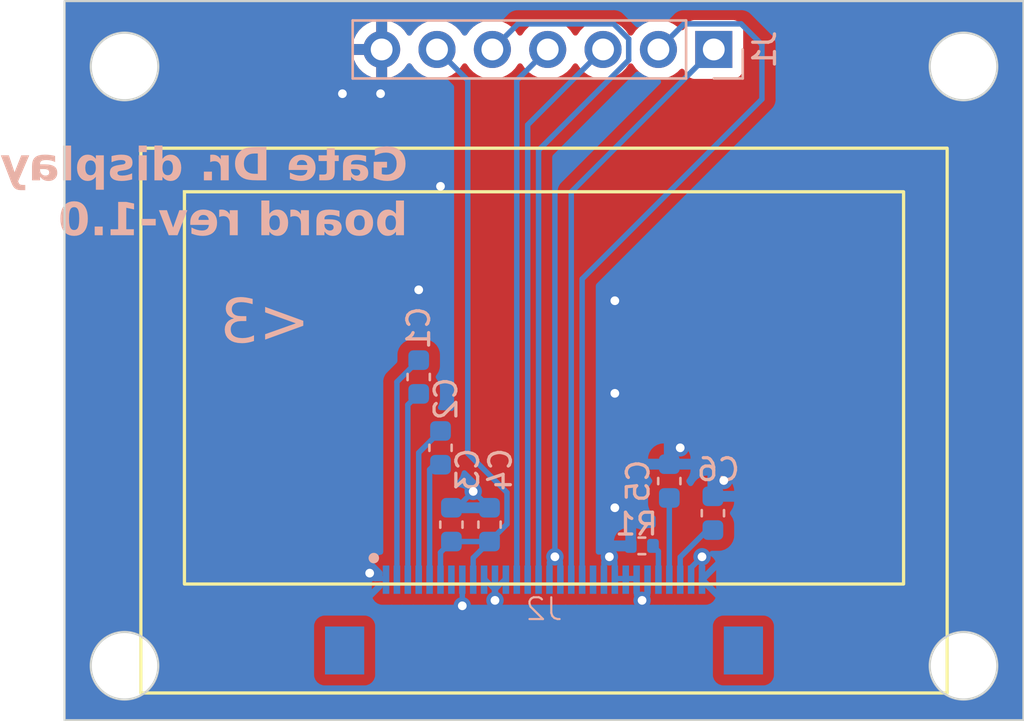
<source format=kicad_pcb>
(kicad_pcb (version 20221018) (generator pcbnew)
  (layers (0 "F.Cu" signal) (31 "B.Cu" signal) (34 "B.Paste" user) (35 "F.Paste" user) (36 "B.SilkS" user "B.Silkscreen") (37 "F.SilkS" user "F.Silkscreen") (38 "B.Mask" user) (39 "F.Mask" user) (44 "Edge.Cuts" user))
  (net 0 "")
  (net 1 "+3.3V")
  (net 2 "GND")
  (net 3 "/display_CS")
  (net 4 "/display_DC")
  (net 5 "/display_RST")
  (net 6 "/display_DO")
  (net 7 "/display_SCK")
  (net 8 "Net-(J2-C2N)")
  (net 9 "Net-(J2-C2P)")
  (net 10 "Net-(J2-C1N)")
  (net 11 "Net-(J2-C1P)")
  (net 12 "Net-(J2-VCOMH)")
  (net 13 "Net-(J2-VCC)")
  (net 16 "Net-(J2-IREF)")
  (footprint "Capacitor_SMD:C_0603_1608Metric" (layer "B.Cu") (at 71 86.025 90)
    (fp_text reference "C3" (at 2.525 0.75 270) (layer "B.SilkS") (effects (justify mirror)))
    (fp_text value "1u" hide)
    (fp_line (start -0.14058 -0.51) (end 0.14058 -0.51) (stroke (width 0.12)) (layer "B.SilkS"))
    (fp_line (start -0.14058 0.51) (end 0.14058 0.51) (stroke (width 0.12)) (layer "B.SilkS"))
    (pad "1" smd roundrect (at -0.775 0 90) (size 0.9 0.95) (layers "B.Cu" "B.Paste" "B.Mask") (net 1 "+3.3V"))
    (pad "2" smd roundrect (at 0.775 0 90) (size 0.9 0.95) (layers "B.Cu" "B.Paste" "B.Mask") (net 2 "GND"))
  )
  (footprint "Capacitor_SMD:C_0603_1608Metric" (layer "B.Cu") (at 83 85.5 -90)
    (fp_text reference "C6" (at -2 -0.25) (layer "B.SilkS") (effects (justify mirror)))
    (fp_text value "4.7u" hide)
    (fp_line (start -0.14058 -0.51) (end 0.14058 -0.51) (stroke (width 0.12)) (layer "B.SilkS"))
    (fp_line (start -0.14058 0.51) (end 0.14058 0.51) (stroke (width 0.12)) (layer "B.SilkS"))
    (pad "1" smd roundrect (at -0.775 0 270) (size 0.9 0.95) (layers "B.Cu" "B.Paste" "B.Mask") (net 2 "GND"))
    (pad "2" smd roundrect (at 0.775 0 270) (size 0.9 0.95) (layers "B.Cu" "B.Paste" "B.Mask") (net 13 "Net-(J2-VCC)"))
  )
  (footprint "Capacitor_SMD:C_0603_1608Metric" (layer "B.Cu") (at 72.75 86.025 90)
    (fp_text reference "C4" (at 2.525 0.5 90) (layer "B.SilkS") (effects (justify mirror)))
    (fp_text value "1u" hide)
    (fp_line (start -0.14058 -0.51) (end 0.14058 -0.51) (stroke (width 0.12)) (layer "B.SilkS"))
    (fp_line (start -0.14058 0.51) (end 0.14058 0.51) (stroke (width 0.12)) (layer "B.SilkS"))
    (pad "1" smd roundrect (at -0.775 0 90) (size 0.9 0.95) (layers "B.Cu" "B.Paste" "B.Mask") (net 1 "+3.3V"))
    (pad "2" smd roundrect (at 0.775 0 90) (size 0.9 0.95) (layers "B.Cu" "B.Paste" "B.Mask") (net 2 "GND"))
  )
  (footprint "Capacitor_SMD:C_0603_1608Metric" (layer "B.Cu") (at 81 84.025 -90)
    (fp_text reference "C5" (at 0 1.43 90) (layer "B.SilkS") (effects (justify mirror)))
    (fp_text value "4.7u" hide)
    (fp_line (start -0.14058 -0.51) (end 0.14058 -0.51) (stroke (width 0.12)) (layer "B.SilkS"))
    (fp_line (start -0.14058 0.51) (end 0.14058 0.51) (stroke (width 0.12)) (layer "B.SilkS"))
    (pad "1" smd roundrect (at -0.775 0 270) (size 0.9 0.95) (layers "B.Cu" "B.Paste" "B.Mask") (net 2 "GND"))
    (pad "2" smd roundrect (at 0.775 0 270) (size 0.9 0.95) (layers "B.Cu" "B.Paste" "B.Mask") (net 12 "Net-(J2-VCOMH)"))
  )
  (footprint "Capacitor_SMD:C_0603_1608Metric" (layer "B.Cu") (at 70.5 82.5 90)
    (fp_text reference "C2" (at 2.25 0.25 90) (layer "B.SilkS") (effects (justify mirror)))
    (fp_text value "1u" hide)
    (fp_line (start -0.14058 -0.51) (end 0.14058 -0.51) (stroke (width 0.12)) (layer "B.SilkS"))
    (fp_line (start -0.14058 0.51) (end 0.14058 0.51) (stroke (width 0.12)) (layer "B.SilkS"))
    (pad "1" smd roundrect (at -0.775 0 90) (size 0.9 0.95) (layers "B.Cu" "B.Paste" "B.Mask") (net 10 "Net-(J2-C1N)"))
    (pad "2" smd roundrect (at 0.775 0 90) (size 0.9 0.95) (layers "B.Cu" "B.Paste" "B.Mask") (net 11 "Net-(J2-C1P)"))
  )
  (footprint "Resistor_SMD:R_0402_1005Metric" (layer "B.Cu") (at 79.74 87)
    (fp_text reference "R1" (at -0.25 -1) (layer "B.SilkS") (effects (justify mirror)))
    (fp_text value "910k" hide)
    (fp_line (start -0.153641 -0.38) (end 0.153641 -0.38) (stroke (width 0.12)) (layer "B.SilkS"))
    (fp_line (start -0.153641 0.38) (end 0.153641 0.38) (stroke (width 0.12)) (layer "B.SilkS"))
    (pad "1" smd roundrect (at -0.51 0) (size 0.54 0.64) (layers "B.Cu" "B.Paste" "B.Mask") (net 2 "GND"))
    (pad "2" smd roundrect (at 0.51 0) (size 0.54 0.64) (layers "B.Cu" "B.Paste" "B.Mask") (net 16 "Net-(J2-IREF)"))
  )
  (footprint "Capacitor_SMD:C_0603_1608Metric" (layer "B.Cu") (at 69.5 79.25 90)
    (fp_text reference "C1" (at 2.25 0 90) (layer "B.SilkS") (effects (justify mirror)))
    (fp_text value "1u" hide)
    (fp_line (start -0.14058 -0.51) (end 0.14058 -0.51) (stroke (width 0.12)) (layer "B.SilkS"))
    (fp_line (start -0.14058 0.51) (end 0.14058 0.51) (stroke (width 0.12)) (layer "B.SilkS"))
    (pad "1" smd roundrect (at -0.775 0 90) (size 0.9 0.95) (layers "B.Cu" "B.Paste" "B.Mask") (net 8 "Net-(J2-C2N)"))
    (pad "2" smd roundrect (at 0.775 0 90) (size 0.9 0.95) (layers "B.Cu" "B.Paste" "B.Mask") (net 9 "Net-(J2-C2P)"))
  )
  (footprint "Connector_PinHeader_2.54mm:PinHeader_1x07_P2.54mm_Vertical" (layer "B.Cu") (at 83.04 64.22 90)
    (fp_text reference "J1" (at 0 2.33 90) (layer "B.SilkS") (effects (justify mirror)))
    (fp_text value "1x7 100mil Male Socket" hide)
    (fp_line (start -1.33 -16.57) (end 1.33 -16.57) (stroke (width 0.12)) (layer "B.SilkS"))
    (fp_line (start -1.33 -1.27) (end -1.33 -16.57) (stroke (width 0.12)) (layer "B.SilkS"))
    (fp_line (start -1.33 -1.27) (end 1.33 -1.27) (stroke (width 0.12)) (layer "B.SilkS"))
    (fp_line (start -1.33 0) (end -1.33 1.33) (stroke (width 0.12)) (layer "B.SilkS"))
    (fp_line (start -1.33 1.33) (end 0 1.33) (stroke (width 0.12)) (layer "B.SilkS"))
    (fp_line (start 1.33 -1.27) (end 1.33 -16.57) (stroke (width 0.12)) (layer "B.SilkS"))
    (pad "1" thru_hole rect (at 0 0 90) (size 1.7 1.7) (drill 1) (layers "*.Cu" "*.Mask") (net 7 "/display_SCK"))
    (pad "2" thru_hole oval (at 0 -2.54 90) (size 1.7 1.7) (drill 1) (layers "*.Cu" "*.Mask") (net 6 "/display_DO"))
    (pad "3" thru_hole oval (at 0 -5.08 90) (size 1.7 1.7) (drill 1) (layers "*.Cu" "*.Mask") (net 5 "/display_RST"))
    (pad "4" thru_hole oval (at 0 -7.62 90) (size 1.7 1.7) (drill 1) (layers "*.Cu" "*.Mask") (net 3 "/display_CS"))
    (pad "5" thru_hole oval (at 0 -10.16 90) (size 1.7 1.7) (drill 1) (layers "*.Cu" "*.Mask") (net 4 "/display_DC"))
    (pad "6" thru_hole oval (at 0 -12.7 90) (size 1.7 1.7) (drill 1) (layers "*.Cu" "*.Mask") (net 1 "+3.3V"))
    (pad "7" thru_hole oval (at 0 -15.24 90) (size 1.7 1.7) (drill 1) (layers "*.Cu" "*.Mask") (net 2 "GND"))
  )
  (footprint "GateDrFootprintLibrary:FH12A-30S-0.5SH" (layer "B.Cu") (at 75.25 91 180)
    (fp_text reference "J2" (at 0 1.1 unlocked) (layer "B.SilkS") (effects (font (thickness 0.1)) (justify mirror)))
    (fp_text value "FH12A-30S-0.5SH(55)")
    (fp_circle (center 7.81 3.44) (end 8.00105 3.44) (stroke (width 0.1)) (fill solid) (layer "B.SilkS"))
    (pad "1" smd rect (at 7.25 2.45 180) (size 0.3 1.3) (layers "B.Cu" "B.Paste" "B.Mask") (net 2 "GND"))
    (pad "2" smd rect (at 6.75 2.45 180) (size 0.3 1.3) (layers "B.Cu" "B.Paste" "B.Mask") (net 9 "Net-(J2-C2P)"))
    (pad "3" smd rect (at 6.25 2.45 180) (size 0.3 1.3) (layers "B.Cu" "B.Paste" "B.Mask") (net 8 "Net-(J2-C2N)"))
    (pad "4" smd rect (at 5.75 2.45 180) (size 0.3 1.3) (layers "B.Cu" "B.Paste" "B.Mask") (net 11 "Net-(J2-C1P)"))
    (pad "5" smd rect (at 5.25 2.45 180) (size 0.3 1.3) (layers "B.Cu" "B.Paste" "B.Mask") (net 10 "Net-(J2-C1N)"))
    (pad "6" smd rect (at 4.75 2.45 180) (size 0.3 1.3) (layers "B.Cu" "B.Paste" "B.Mask") (net 1 "+3.3V"))
    (pad "7" smd rect (at 4.25 2.45 180) (size 0.3 1.3) (layers "B.Cu" "B.Paste" "B.Mask"))
    (pad "8" smd rect (at 3.75 2.45 180) (size 0.3 1.3) (layers "B.Cu" "B.Paste" "B.Mask") (net 2 "GND"))
    (pad "9" smd rect (at 3.25 2.45 180) (size 0.3 1.3) (layers "B.Cu" "B.Paste" "B.Mask") (net 1 "+3.3V"))
    (pad "10" smd rect (at 2.75 2.45 180) (size 0.3 1.3) (layers "B.Cu" "B.Paste" "B.Mask") (net 2 "GND"))
    (pad "11" smd rect (at 2.25 2.45 180) (size 0.3 1.3) (layers "B.Cu" "B.Paste" "B.Mask") (net 2 "GND"))
    (pad "12" smd rect (at 1.75 2.45 180) (size 0.3 1.3) (layers "B.Cu" "B.Paste" "B.Mask") (net 2 "GND"))
    (pad "13" smd rect (at 1.25 2.45 180) (size 0.3 1.3) (layers "B.Cu" "B.Paste" "B.Mask") (net 3 "/display_CS"))
    (pad "14" smd rect (at 0.75 2.45 180) (size 0.3 1.3) (layers "B.Cu" "B.Paste" "B.Mask") (net 5 "/display_RST"))
    (pad "15" smd rect (at 0.25 2.45 180) (size 0.3 1.3) (layers "B.Cu" "B.Paste" "B.Mask") (net 4 "/display_DC"))
    (pad "16" smd rect (at -0.25 2.45 180) (size 0.3 1.3) (layers "B.Cu" "B.Paste" "B.Mask") (net 2 "GND"))
    (pad "17" smd rect (at -0.75 2.45 180) (size 0.3 1.3) (layers "B.Cu" "B.Paste" "B.Mask") (net 2 "GND"))
    (pad "18" smd rect (at -1.25 2.45 180) (size 0.3 1.3) (layers "B.Cu" "B.Paste" "B.Mask") (net 7 "/display_SCK"))
    (pad "19" smd rect (at -1.75 2.45 180) (size 0.3 1.3) (layers "B.Cu" "B.Paste" "B.Mask") (net 6 "/display_DO"))
    (pad "20" smd rect (at -2.25 2.45 180) (size 0.3 1.3) (layers "B.Cu" "B.Paste" "B.Mask"))
    (pad "21" smd rect (at -2.75 2.45 180) (size 0.3 1.3) (layers "B.Cu" "B.Paste" "B.Mask") (net 2 "GND"))
    (pad "22" smd rect (at -3.25 2.45 180) (size 0.3 1.3) (layers "B.Cu" "B.Paste" "B.Mask") (net 2 "GND"))
    (pad "23" smd rect (at -3.75 2.45 180) (size 0.3 1.3) (layers "B.Cu" "B.Paste" "B.Mask") (net 2 "GND"))
    (pad "24" smd rect (at -4.25 2.45 180) (size 0.3 1.3) (layers "B.Cu" "B.Paste" "B.Mask") (net 2 "GND"))
    (pad "25" smd rect (at -4.75 2.45 180) (size 0.3 1.3) (layers "B.Cu" "B.Paste" "B.Mask") (net 2 "GND"))
    (pad "26" smd rect (at -5.25 2.45 180) (size 0.3 1.3) (layers "B.Cu" "B.Paste" "B.Mask") (net 16 "Net-(J2-IREF)"))
    (pad "27" smd rect (at -5.75 2.45 180) (size 0.3 1.3) (layers "B.Cu" "B.Paste" "B.Mask") (net 12 "Net-(J2-VCOMH)"))
    (pad "28" smd rect (at -6.25 2.45 180) (size 0.3 1.3) (layers "B.Cu" "B.Paste" "B.Mask") (net 13 "Net-(J2-VCC)"))
    (pad "29" smd rect (at -6.75 2.45 180) (size 0.3 1.3) (layers "B.Cu" "B.Paste" "B.Mask") (net 2 "GND"))
    (pad "30" smd rect (at -7.25 2.45 180) (size 0.3 1.3) (layers "B.Cu" "B.Paste" "B.Mask") (net 2 "GND"))
    (pad "31" smd rect (at 9.15 -0.8 180) (size 1.8 2.2) (layers "B.Cu" "B.Paste" "B.Mask"))
    (pad "32" smd rect (at -9.15 -0.8 180) (size 1.8 2.2) (layers "B.Cu" "B.Paste" "B.Mask"))
  )
  (gr_rect (start 58.75 70.75) (end 91.75 88.75) (stroke (width 0.15)) (fill none) (layer "F.SilkS"))
  (gr_rect (start 56.75 68.75) (end 93.75 93.75) (stroke (width 0.15)) (fill none) (layer "F.SilkS"))
  (gr_rect (start 53.25 62) (end 97.25 95) (stroke (width 0.1)) (fill none) (layer "Edge.Cuts"))
  (gr_circle (center 94.5 65) (end 96.05 65) (stroke (width 0.1)) (fill none) (layer "Edge.Cuts"))
  (gr_circle (center 94.5 92.5) (end 96.05 92.5) (stroke (width 0.1)) (fill none) (layer "Edge.Cuts"))
  (gr_circle (center 56 65) (end 57.55 65) (stroke (width 0.1)) (fill none) (layer "Edge.Cuts"))
  (gr_circle (center 56 92.5) (end 57.55 92.5) (stroke (width 0.1)) (fill none) (layer "Edge.Cuts"))
  (gr_text "Gate Dr. display\nboard rev-1.0" (at 69 73) (layer "B.SilkS") (effects (font (size 1.5 1.5) (thickness 0.3) bold) (justify left bottom mirror)))
  (gr_text "<3" (at 64.5 78) (layer "B.SilkS") (effects (font (size 2 2)) (justify left bottom mirror)))
  (segment (start 72.75 86.8) (end 73.55 86) (width 0.25) (layer "B.Cu") (net 1))
  (segment (start 72 87.55) (end 72.75 86.8) (width 0.25) (layer "B.Cu") (net 1))
  (segment (start 73.55 86) (end 73.55 84.55) (width 0.25) (layer "B.Cu") (net 1))
  (segment (start 73.55 84.55) (end 71.75 82.75) (width 0.25) (layer "B.Cu") (net 1))
  (segment (start 70.5 87.3) (end 70.5 88.5) (width 0.25) (layer "B.Cu") (net 1))
  (segment (start 71.75 65.63) (end 71.75 82.75) (width 0.25) (layer "B.Cu") (net 1))
  (segment (start 71 86.8) (end 70.5 87.3) (width 0.25) (layer "B.Cu") (net 1))
  (segment (start 70.34 64.22) (end 71.75 65.63) (width 0.25) (layer "B.Cu") (net 1))
  (segment (start 72 88.5) (end 72 87.55) (width 0.25) (layer "B.Cu") (net 1))
  (segment (start 72.75 86.8) (end 71 86.8) (width 0.25) (layer "B.Cu") (net 1))
  (via (at 73 89.5) (size 0.8) (drill 0.4) (layers "F.Cu" "B.Cu") (net 2))
  (via (at 67.75 66.25) (size 0.8) (drill 0.4) (layers "F.Cu" "B.Cu") (net 2))
  (via (at 75.75 87.5) (size 0.8) (drill 0.4) (layers "F.Cu" "B.Cu") (net 2))
  (via (at 83.5 84) (size 0.8) (drill 0.4) (layers "F.Cu" "B.Cu") (net 2))
  (via (at 78.5 80) (size 0.8) (drill 0.4) (layers "F.Cu" "B.Cu") (net 2))
  (via (at 81.5 82.5) (size 0.8) (drill 0.4) (layers "F.Cu" "B.Cu") (net 2))
  (via (at 71.5 89.75) (size 0.8) (drill 0.4) (layers "F.Cu" "B.Cu") (net 2))
  (via (at 67.25 88.25) (size 0.8) (drill 0.4) (layers "F.Cu" "B.Cu") (net 2))
  (via (at 78.5 85.25) (size 0.8) (drill 0.4) (layers "F.Cu" "B.Cu") (net 2))
  (via (at 78.5 75.75) (size 0.8) (drill 0.4) (layers "F.Cu" "B.Cu") (net 2))
  (via (at 69.5 75.25) (size 0.8) (drill 0.4) (layers "F.Cu" "B.Cu") (net 2))
  (via (at 72 84.5) (size 0.8) (drill 0.4) (layers "F.Cu" "B.Cu") (net 2))
  (via (at 70.5 70.5) (size 0.8) (drill 0.4) (layers "F.Cu" "B.Cu") (net 2))
  (via (at 78.25 87.5) (size 0.8) (drill 0.4) (layers "F.Cu" "B.Cu") (net 2))
  (via (at 79.75 89.5) (size 0.8) (drill 0.4) (layers "F.Cu" "B.Cu") (net 2))
  (via (at 82.5 87.5) (size 0.8) (drill 0.4) (layers "F.Cu" "B.Cu") (net 2))
  (via (at 66 66.25) (size 0.8) (drill 0.4) (layers "F.Cu" "B.Cu") (net 2))
  (segment (start 76 87.75) (end 75.75 87.5) (width 0.25) (layer "B.Cu") (net 2))
  (segment (start 72.75 85.25) (end 72 84.5) (width 0.25) (layer "B.Cu") (net 2))
  (segment (start 71.5 88.5) (end 71.5 89.75) (width 0.25) (layer "B.Cu") (net 2))
  (segment (start 72.75 85.25) (end 71 85.25) (width 0.25) (layer "B.Cu") (net 2))
  (segment (start 78.5 88.5) (end 78.5 87.75) (width 0.25) (layer "B.Cu") (net 2))
  (segment (start 78 88.5) (end 78 87.75) (width 0.25) (layer "B.Cu") (net 2))
  (segment (start 78 87.75) (end 78.25 87.5) (width 0.25) (layer "B.Cu") (net 2))
  (segment (start 81 83) (end 81.5 82.5) (width 0.25) (layer "B.Cu") (net 2))
  (segment (start 73 89.5) (end 73 89) (width 0.25) (layer "B.Cu") (net 2))
  (segment (start 73 89) (end 73.5 88.5) (width 0.25) (layer "B.Cu") (net 2))
  (segment (start 73 89) (end 72.5 88.5) (width 0.25) (layer "B.Cu") (net 2))
  (segment (start 83 84.725) (end 83 84.5) (width 0.25) (layer "B.Cu") (net 2))
  (segment (start 71 85.25) (end 71.25 85.25) (width 0.25) (layer "B.Cu") (net 2))
  (segment (start 83 84.5) (end 83.5 84) (width 0.25) (layer "B.Cu") (net 2))
  (segment (start 79.5 88.5) (end 79.5 89.25) (width 0.25) (layer "B.Cu") (net 2))
  (segment (start 78.5 87.75) (end 78.25 87.5) (width 0.25) (layer "B.Cu") (net 2))
  (segment (start 80 88.5) (end 80 89.25) (width 0.25) (layer "B.Cu") (net 2))
  (segment (start 79.5 89.25) (end 79.75 89.5) (width 0.25) (layer "B.Cu") (net 2))
  (segment (start 67.5 88.5) (end 67.25 88.25) (width 0.25) (layer "B.Cu") (net 2))
  (segment (start 71.25 85.25) (end 72 84.5) (width 0.25) (layer "B.Cu") (net 2))
  (segment (start 76 88.5) (end 76 87.75) (width 0.25) (layer "B.Cu") (net 2))
  (segment (start 75.5 87.75) (end 75.75 87.5) (width 0.25) (layer "B.Cu") (net 2))
  (segment (start 68 88.5) (end 67.5 88.5) (width 0.25) (layer "B.Cu") (net 2))
  (segment (start 81 83.25) (end 81 83) (width 0.25) (layer "B.Cu") (net 2))
  (segment (start 75.5 88.5) (end 75.5 87.75) (width 0.25) (layer "B.Cu") (net 2))
  (segment (start 80 89.25) (end 79.75 89.5) (width 0.25) (layer "B.Cu") (net 2))
  (segment (start 82.5 87.5) (end 82.5 88.5) (width 0.25) (layer "B.Cu") (net 2))
  (segment (start 82.5 87.5) (end 82 88) (width 0.25) (layer "B.Cu") (net 2))
  (segment (start 79 88.5) (end 79.5 88.5) (width 0.25) (layer "B.Cu") (net 2))
  (segment (start 82 88) (end 82 88.5) (width 0.25) (layer "B.Cu") (net 2))
  (segment (start 79 88.5) (end 78.5 88.5) (width 0.25) (layer "B.Cu") (net 2))
  (segment (start 74 65.64) (end 75.42 64.22) (width 0.25) (layer "B.Cu") (net 3))
  (segment (start 74 88.5) (end 74 65.64) (width 0.25) (layer "B.Cu") (net 3))
  (segment (start 75 88.5) (end 75 68.841701) (width 0.25) (layer "B.Cu") (net 4))
  (segment (start 78.446701 63.045) (end 74.055 63.045) (width 0.25) (layer "B.Cu") (net 4))
  (segment (start 74.055 63.045) (end 72.88 64.22) (width 0.25) (layer "B.Cu") (net 4))
  (segment (start 79.135 64.706701) (end 79.135 63.733299) (width 0.25) (layer "B.Cu") (net 4))
  (segment (start 75 68.841701) (end 79.135 64.706701) (width 0.25) (layer "B.Cu") (net 4))
  (segment (start 79.135 63.733299) (end 78.446701 63.045) (width 0.25) (layer "B.Cu") (net 4))
  (segment (start 74.5 67.68) (end 74.5 88.5) (width 0.25) (layer "B.Cu") (net 5))
  (segment (start 77.96 64.22) (end 74.5 67.68) (width 0.25) (layer "B.Cu") (net 5))
  (segment (start 84.295 63.045) (end 81.675 63.045) (width 0.25) (layer "B.Cu") (net 6))
  (segment (start 85.25 66.5) (end 85.25 64) (width 0.25) (layer "B.Cu") (net 6))
  (segment (start 85.25 64) (end 84.295 63.045) (width 0.25) (layer "B.Cu") (net 6))
  (segment (start 77 74.75) (end 85.25 66.5) (width 0.25) (layer "B.Cu") (net 6))
  (segment (start 80.5 64.22) (end 81.675 63.045) (width 0.25) (layer "B.Cu") (net 6))
  (segment (start 77 88.5) (end 77 74.75) (width 0.25) (layer "B.Cu") (net 6))
  (segment (start 83.04 64.22) (end 76.5 70.76) (width 0.25) (layer "B.Cu") (net 7))
  (segment (start 76.5 70.76) (end 76.5 88.5) (width 0.25) (layer "B.Cu") (net 7))
  (segment (start 69 80.525) (end 69 88.5) (width 0.25) (layer "B.Cu") (net 8))
  (segment (start 69.5 80.025) (end 69 80.525) (width 0.25) (layer "B.Cu") (net 8))
  (segment (start 68.5 88.5) (end 68.5 79.475) (width 0.25) (layer "B.Cu") (net 9))
  (segment (start 68.5 79.475) (end 69.5 78.475) (width 0.25) (layer "B.Cu") (net 9))
  (segment (start 70.5 83.275) (end 70.225 83.275) (width 0.25) (layer "B.Cu") (net 10))
  (segment (start 70 83.5) (end 70 88.5) (width 0.25) (layer "B.Cu") (net 10))
  (segment (start 70.225 83.275) (end 70 83.5) (width 0.25) (layer "B.Cu") (net 10))
  (segment (start 69.5 82.725) (end 70.5 81.725) (width 0.25) (layer "B.Cu") (net 11))
  (segment (start 69.5 88.5) (end 69.5 82.725) (width 0.25) (layer "B.Cu") (net 11))
  (segment (start 81 88.5) (end 81 84.8) (width 0.25) (layer "B.Cu") (net 12))
  (segment (start 81.5 88.5) (end 81.5 87.517121) (width 0.25) (layer "B.Cu") (net 13))
  (segment (start 82.742121 86.275) (end 83 86.275) (width 0.25) (layer "B.Cu") (net 13))
  (segment (start 81.5 87.517121) (end 82.742121 86.275) (width 0.25) (layer "B.Cu") (net 13))
  (segment (start 80.5 88.5) (end 80.5 87.25) (width 0.25) (layer "B.Cu") (net 16))
  (segment (start 80.5 87.25) (end 80.25 87) (width 0.25) (layer "B.Cu") (net 16))
  (zone (net 2) (net_name "GND") (layer "F.Cu") (priority 1) (connect_pads (clearance 0.5)) (min_thickness 0.25) (fill yes (thermal_gap 0.5) (thermal_bridge_width 0.5))
    (polygon (pts (xy 53.25 62) (xy 97.25 62) (xy 97.25 95) (xy 53.25 95)))
  )
  (zone (net 2) (net_name "GND") (layer "B.Cu") (connect_pads (clearance 0.5)) (min_thickness 0.25) (fill yes (thermal_gap 0.5) (thermal_bridge_width 0.5))
    (polygon (pts (xy 53.25 62) (xy 97.25 62) (xy 97.25 95) (xy 53.25 95)))
  )
)
</source>
